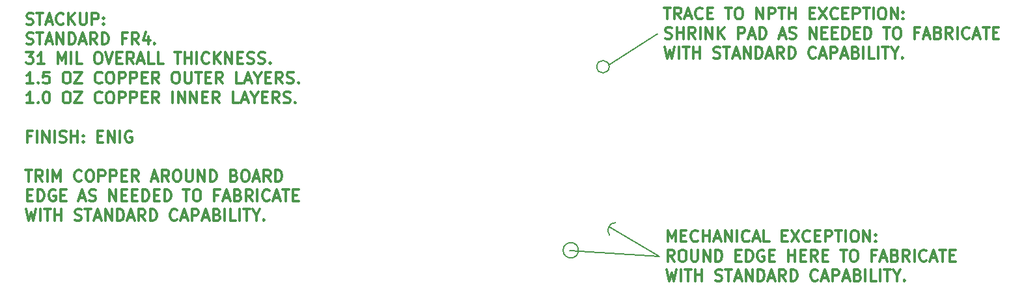
<source format=gbr>
G04 #@! TF.GenerationSoftware,KiCad,Pcbnew,(5.0.0-rc2-92-g9552e0272)*
G04 #@! TF.CreationDate,2018-06-17T01:32:07-07:00*
G04 #@! TF.ProjectId,sprite,7370726974652E6B696361645F706362,rev?*
G04 #@! TF.SameCoordinates,Original*
G04 #@! TF.FileFunction,Other,Comment*
%FSLAX46Y46*%
G04 Gerber Fmt 4.6, Leading zero omitted, Abs format (unit mm)*
G04 Created by KiCad (PCBNEW (5.0.0-rc2-92-g9552e0272)) date Sun Jun 17 01:32:07 2018*
%MOMM*%
%LPD*%
G01*
G04 APERTURE LIST*
%ADD10C,0.150000*%
%ADD11C,0.300000*%
%ADD12C,0.200000*%
G04 APERTURE END LIST*
D10*
X161036000Y-112522000D02*
X149352000Y-111760000D01*
X150469600Y-111760000D02*
G75*
G03X150469600Y-111760000I-990600J0D01*
G01*
D11*
X162096142Y-110650571D02*
X162096142Y-109150571D01*
X162596142Y-110222000D01*
X163096142Y-109150571D01*
X163096142Y-110650571D01*
X163810428Y-109864857D02*
X164310428Y-109864857D01*
X164524714Y-110650571D02*
X163810428Y-110650571D01*
X163810428Y-109150571D01*
X164524714Y-109150571D01*
X166024714Y-110507714D02*
X165953285Y-110579142D01*
X165739000Y-110650571D01*
X165596142Y-110650571D01*
X165381857Y-110579142D01*
X165239000Y-110436285D01*
X165167571Y-110293428D01*
X165096142Y-110007714D01*
X165096142Y-109793428D01*
X165167571Y-109507714D01*
X165239000Y-109364857D01*
X165381857Y-109222000D01*
X165596142Y-109150571D01*
X165739000Y-109150571D01*
X165953285Y-109222000D01*
X166024714Y-109293428D01*
X166667571Y-110650571D02*
X166667571Y-109150571D01*
X166667571Y-109864857D02*
X167524714Y-109864857D01*
X167524714Y-110650571D02*
X167524714Y-109150571D01*
X168167571Y-110222000D02*
X168881857Y-110222000D01*
X168024714Y-110650571D02*
X168524714Y-109150571D01*
X169024714Y-110650571D01*
X169524714Y-110650571D02*
X169524714Y-109150571D01*
X170381857Y-110650571D01*
X170381857Y-109150571D01*
X171096142Y-110650571D02*
X171096142Y-109150571D01*
X172667571Y-110507714D02*
X172596142Y-110579142D01*
X172381857Y-110650571D01*
X172239000Y-110650571D01*
X172024714Y-110579142D01*
X171881857Y-110436285D01*
X171810428Y-110293428D01*
X171739000Y-110007714D01*
X171739000Y-109793428D01*
X171810428Y-109507714D01*
X171881857Y-109364857D01*
X172024714Y-109222000D01*
X172239000Y-109150571D01*
X172381857Y-109150571D01*
X172596142Y-109222000D01*
X172667571Y-109293428D01*
X173239000Y-110222000D02*
X173953285Y-110222000D01*
X173096142Y-110650571D02*
X173596142Y-109150571D01*
X174096142Y-110650571D01*
X175310428Y-110650571D02*
X174596142Y-110650571D01*
X174596142Y-109150571D01*
X176953285Y-109864857D02*
X177453285Y-109864857D01*
X177667571Y-110650571D02*
X176953285Y-110650571D01*
X176953285Y-109150571D01*
X177667571Y-109150571D01*
X178167571Y-109150571D02*
X179167571Y-110650571D01*
X179167571Y-109150571D02*
X178167571Y-110650571D01*
X180596142Y-110507714D02*
X180524714Y-110579142D01*
X180310428Y-110650571D01*
X180167571Y-110650571D01*
X179953285Y-110579142D01*
X179810428Y-110436285D01*
X179739000Y-110293428D01*
X179667571Y-110007714D01*
X179667571Y-109793428D01*
X179739000Y-109507714D01*
X179810428Y-109364857D01*
X179953285Y-109222000D01*
X180167571Y-109150571D01*
X180310428Y-109150571D01*
X180524714Y-109222000D01*
X180596142Y-109293428D01*
X181239000Y-109864857D02*
X181739000Y-109864857D01*
X181953285Y-110650571D02*
X181239000Y-110650571D01*
X181239000Y-109150571D01*
X181953285Y-109150571D01*
X182596142Y-110650571D02*
X182596142Y-109150571D01*
X183167571Y-109150571D01*
X183310428Y-109222000D01*
X183381857Y-109293428D01*
X183453285Y-109436285D01*
X183453285Y-109650571D01*
X183381857Y-109793428D01*
X183310428Y-109864857D01*
X183167571Y-109936285D01*
X182596142Y-109936285D01*
X183881857Y-109150571D02*
X184739000Y-109150571D01*
X184310428Y-110650571D02*
X184310428Y-109150571D01*
X185239000Y-110650571D02*
X185239000Y-109150571D01*
X186239000Y-109150571D02*
X186524714Y-109150571D01*
X186667571Y-109222000D01*
X186810428Y-109364857D01*
X186881857Y-109650571D01*
X186881857Y-110150571D01*
X186810428Y-110436285D01*
X186667571Y-110579142D01*
X186524714Y-110650571D01*
X186239000Y-110650571D01*
X186096142Y-110579142D01*
X185953285Y-110436285D01*
X185881857Y-110150571D01*
X185881857Y-109650571D01*
X185953285Y-109364857D01*
X186096142Y-109222000D01*
X186239000Y-109150571D01*
X187524714Y-110650571D02*
X187524714Y-109150571D01*
X188381857Y-110650571D01*
X188381857Y-109150571D01*
X189096142Y-110507714D02*
X189167571Y-110579142D01*
X189096142Y-110650571D01*
X189024714Y-110579142D01*
X189096142Y-110507714D01*
X189096142Y-110650571D01*
X189096142Y-109722000D02*
X189167571Y-109793428D01*
X189096142Y-109864857D01*
X189024714Y-109793428D01*
X189096142Y-109722000D01*
X189096142Y-109864857D01*
X162953285Y-113200571D02*
X162453285Y-112486285D01*
X162096142Y-113200571D02*
X162096142Y-111700571D01*
X162667571Y-111700571D01*
X162810428Y-111772000D01*
X162881857Y-111843428D01*
X162953285Y-111986285D01*
X162953285Y-112200571D01*
X162881857Y-112343428D01*
X162810428Y-112414857D01*
X162667571Y-112486285D01*
X162096142Y-112486285D01*
X163881857Y-111700571D02*
X164167571Y-111700571D01*
X164310428Y-111772000D01*
X164453285Y-111914857D01*
X164524714Y-112200571D01*
X164524714Y-112700571D01*
X164453285Y-112986285D01*
X164310428Y-113129142D01*
X164167571Y-113200571D01*
X163881857Y-113200571D01*
X163739000Y-113129142D01*
X163596142Y-112986285D01*
X163524714Y-112700571D01*
X163524714Y-112200571D01*
X163596142Y-111914857D01*
X163739000Y-111772000D01*
X163881857Y-111700571D01*
X165167571Y-111700571D02*
X165167571Y-112914857D01*
X165239000Y-113057714D01*
X165310428Y-113129142D01*
X165453285Y-113200571D01*
X165739000Y-113200571D01*
X165881857Y-113129142D01*
X165953285Y-113057714D01*
X166024714Y-112914857D01*
X166024714Y-111700571D01*
X166739000Y-113200571D02*
X166739000Y-111700571D01*
X167596142Y-113200571D01*
X167596142Y-111700571D01*
X168310428Y-113200571D02*
X168310428Y-111700571D01*
X168667571Y-111700571D01*
X168881857Y-111772000D01*
X169024714Y-111914857D01*
X169096142Y-112057714D01*
X169167571Y-112343428D01*
X169167571Y-112557714D01*
X169096142Y-112843428D01*
X169024714Y-112986285D01*
X168881857Y-113129142D01*
X168667571Y-113200571D01*
X168310428Y-113200571D01*
X170953285Y-112414857D02*
X171453285Y-112414857D01*
X171667571Y-113200571D02*
X170953285Y-113200571D01*
X170953285Y-111700571D01*
X171667571Y-111700571D01*
X172310428Y-113200571D02*
X172310428Y-111700571D01*
X172667571Y-111700571D01*
X172881857Y-111772000D01*
X173024714Y-111914857D01*
X173096142Y-112057714D01*
X173167571Y-112343428D01*
X173167571Y-112557714D01*
X173096142Y-112843428D01*
X173024714Y-112986285D01*
X172881857Y-113129142D01*
X172667571Y-113200571D01*
X172310428Y-113200571D01*
X174596142Y-111772000D02*
X174453285Y-111700571D01*
X174239000Y-111700571D01*
X174024714Y-111772000D01*
X173881857Y-111914857D01*
X173810428Y-112057714D01*
X173739000Y-112343428D01*
X173739000Y-112557714D01*
X173810428Y-112843428D01*
X173881857Y-112986285D01*
X174024714Y-113129142D01*
X174239000Y-113200571D01*
X174381857Y-113200571D01*
X174596142Y-113129142D01*
X174667571Y-113057714D01*
X174667571Y-112557714D01*
X174381857Y-112557714D01*
X175310428Y-112414857D02*
X175810428Y-112414857D01*
X176024714Y-113200571D02*
X175310428Y-113200571D01*
X175310428Y-111700571D01*
X176024714Y-111700571D01*
X177810428Y-113200571D02*
X177810428Y-111700571D01*
X177810428Y-112414857D02*
X178667571Y-112414857D01*
X178667571Y-113200571D02*
X178667571Y-111700571D01*
X179381857Y-112414857D02*
X179881857Y-112414857D01*
X180096142Y-113200571D02*
X179381857Y-113200571D01*
X179381857Y-111700571D01*
X180096142Y-111700571D01*
X181596142Y-113200571D02*
X181096142Y-112486285D01*
X180739000Y-113200571D02*
X180739000Y-111700571D01*
X181310428Y-111700571D01*
X181453285Y-111772000D01*
X181524714Y-111843428D01*
X181596142Y-111986285D01*
X181596142Y-112200571D01*
X181524714Y-112343428D01*
X181453285Y-112414857D01*
X181310428Y-112486285D01*
X180739000Y-112486285D01*
X182239000Y-112414857D02*
X182739000Y-112414857D01*
X182953285Y-113200571D02*
X182239000Y-113200571D01*
X182239000Y-111700571D01*
X182953285Y-111700571D01*
X184524714Y-111700571D02*
X185381857Y-111700571D01*
X184953285Y-113200571D02*
X184953285Y-111700571D01*
X186167571Y-111700571D02*
X186453285Y-111700571D01*
X186596142Y-111772000D01*
X186739000Y-111914857D01*
X186810428Y-112200571D01*
X186810428Y-112700571D01*
X186739000Y-112986285D01*
X186596142Y-113129142D01*
X186453285Y-113200571D01*
X186167571Y-113200571D01*
X186024714Y-113129142D01*
X185881857Y-112986285D01*
X185810428Y-112700571D01*
X185810428Y-112200571D01*
X185881857Y-111914857D01*
X186024714Y-111772000D01*
X186167571Y-111700571D01*
X189096142Y-112414857D02*
X188596142Y-112414857D01*
X188596142Y-113200571D02*
X188596142Y-111700571D01*
X189310428Y-111700571D01*
X189810428Y-112772000D02*
X190524714Y-112772000D01*
X189667571Y-113200571D02*
X190167571Y-111700571D01*
X190667571Y-113200571D01*
X191667571Y-112414857D02*
X191881857Y-112486285D01*
X191953285Y-112557714D01*
X192024714Y-112700571D01*
X192024714Y-112914857D01*
X191953285Y-113057714D01*
X191881857Y-113129142D01*
X191739000Y-113200571D01*
X191167571Y-113200571D01*
X191167571Y-111700571D01*
X191667571Y-111700571D01*
X191810428Y-111772000D01*
X191881857Y-111843428D01*
X191953285Y-111986285D01*
X191953285Y-112129142D01*
X191881857Y-112272000D01*
X191810428Y-112343428D01*
X191667571Y-112414857D01*
X191167571Y-112414857D01*
X193524714Y-113200571D02*
X193024714Y-112486285D01*
X192667571Y-113200571D02*
X192667571Y-111700571D01*
X193239000Y-111700571D01*
X193381857Y-111772000D01*
X193453285Y-111843428D01*
X193524714Y-111986285D01*
X193524714Y-112200571D01*
X193453285Y-112343428D01*
X193381857Y-112414857D01*
X193239000Y-112486285D01*
X192667571Y-112486285D01*
X194167571Y-113200571D02*
X194167571Y-111700571D01*
X195739000Y-113057714D02*
X195667571Y-113129142D01*
X195453285Y-113200571D01*
X195310428Y-113200571D01*
X195096142Y-113129142D01*
X194953285Y-112986285D01*
X194881857Y-112843428D01*
X194810428Y-112557714D01*
X194810428Y-112343428D01*
X194881857Y-112057714D01*
X194953285Y-111914857D01*
X195096142Y-111772000D01*
X195310428Y-111700571D01*
X195453285Y-111700571D01*
X195667571Y-111772000D01*
X195739000Y-111843428D01*
X196310428Y-112772000D02*
X197024714Y-112772000D01*
X196167571Y-113200571D02*
X196667571Y-111700571D01*
X197167571Y-113200571D01*
X197453285Y-111700571D02*
X198310428Y-111700571D01*
X197881857Y-113200571D02*
X197881857Y-111700571D01*
X198810428Y-112414857D02*
X199310428Y-112414857D01*
X199524714Y-113200571D02*
X198810428Y-113200571D01*
X198810428Y-111700571D01*
X199524714Y-111700571D01*
X161953285Y-114250571D02*
X162310428Y-115750571D01*
X162596142Y-114679142D01*
X162881857Y-115750571D01*
X163239000Y-114250571D01*
X163810428Y-115750571D02*
X163810428Y-114250571D01*
X164310428Y-114250571D02*
X165167571Y-114250571D01*
X164739000Y-115750571D02*
X164739000Y-114250571D01*
X165667571Y-115750571D02*
X165667571Y-114250571D01*
X165667571Y-114964857D02*
X166524714Y-114964857D01*
X166524714Y-115750571D02*
X166524714Y-114250571D01*
X168310428Y-115679142D02*
X168524714Y-115750571D01*
X168881857Y-115750571D01*
X169024714Y-115679142D01*
X169096142Y-115607714D01*
X169167571Y-115464857D01*
X169167571Y-115322000D01*
X169096142Y-115179142D01*
X169024714Y-115107714D01*
X168881857Y-115036285D01*
X168596142Y-114964857D01*
X168453285Y-114893428D01*
X168381857Y-114822000D01*
X168310428Y-114679142D01*
X168310428Y-114536285D01*
X168381857Y-114393428D01*
X168453285Y-114322000D01*
X168596142Y-114250571D01*
X168953285Y-114250571D01*
X169167571Y-114322000D01*
X169596142Y-114250571D02*
X170453285Y-114250571D01*
X170024714Y-115750571D02*
X170024714Y-114250571D01*
X170881857Y-115322000D02*
X171596142Y-115322000D01*
X170739000Y-115750571D02*
X171239000Y-114250571D01*
X171739000Y-115750571D01*
X172239000Y-115750571D02*
X172239000Y-114250571D01*
X173096142Y-115750571D01*
X173096142Y-114250571D01*
X173810428Y-115750571D02*
X173810428Y-114250571D01*
X174167571Y-114250571D01*
X174381857Y-114322000D01*
X174524714Y-114464857D01*
X174596142Y-114607714D01*
X174667571Y-114893428D01*
X174667571Y-115107714D01*
X174596142Y-115393428D01*
X174524714Y-115536285D01*
X174381857Y-115679142D01*
X174167571Y-115750571D01*
X173810428Y-115750571D01*
X175239000Y-115322000D02*
X175953285Y-115322000D01*
X175096142Y-115750571D02*
X175596142Y-114250571D01*
X176096142Y-115750571D01*
X177453285Y-115750571D02*
X176953285Y-115036285D01*
X176596142Y-115750571D02*
X176596142Y-114250571D01*
X177167571Y-114250571D01*
X177310428Y-114322000D01*
X177381857Y-114393428D01*
X177453285Y-114536285D01*
X177453285Y-114750571D01*
X177381857Y-114893428D01*
X177310428Y-114964857D01*
X177167571Y-115036285D01*
X176596142Y-115036285D01*
X178096142Y-115750571D02*
X178096142Y-114250571D01*
X178453285Y-114250571D01*
X178667571Y-114322000D01*
X178810428Y-114464857D01*
X178881857Y-114607714D01*
X178953285Y-114893428D01*
X178953285Y-115107714D01*
X178881857Y-115393428D01*
X178810428Y-115536285D01*
X178667571Y-115679142D01*
X178453285Y-115750571D01*
X178096142Y-115750571D01*
X181596142Y-115607714D02*
X181524714Y-115679142D01*
X181310428Y-115750571D01*
X181167571Y-115750571D01*
X180953285Y-115679142D01*
X180810428Y-115536285D01*
X180739000Y-115393428D01*
X180667571Y-115107714D01*
X180667571Y-114893428D01*
X180739000Y-114607714D01*
X180810428Y-114464857D01*
X180953285Y-114322000D01*
X181167571Y-114250571D01*
X181310428Y-114250571D01*
X181524714Y-114322000D01*
X181596142Y-114393428D01*
X182167571Y-115322000D02*
X182881857Y-115322000D01*
X182024714Y-115750571D02*
X182524714Y-114250571D01*
X183024714Y-115750571D01*
X183524714Y-115750571D02*
X183524714Y-114250571D01*
X184096142Y-114250571D01*
X184239000Y-114322000D01*
X184310428Y-114393428D01*
X184381857Y-114536285D01*
X184381857Y-114750571D01*
X184310428Y-114893428D01*
X184239000Y-114964857D01*
X184096142Y-115036285D01*
X183524714Y-115036285D01*
X184953285Y-115322000D02*
X185667571Y-115322000D01*
X184810428Y-115750571D02*
X185310428Y-114250571D01*
X185810428Y-115750571D01*
X186810428Y-114964857D02*
X187024714Y-115036285D01*
X187096142Y-115107714D01*
X187167571Y-115250571D01*
X187167571Y-115464857D01*
X187096142Y-115607714D01*
X187024714Y-115679142D01*
X186881857Y-115750571D01*
X186310428Y-115750571D01*
X186310428Y-114250571D01*
X186810428Y-114250571D01*
X186953285Y-114322000D01*
X187024714Y-114393428D01*
X187096142Y-114536285D01*
X187096142Y-114679142D01*
X187024714Y-114822000D01*
X186953285Y-114893428D01*
X186810428Y-114964857D01*
X186310428Y-114964857D01*
X187810428Y-115750571D02*
X187810428Y-114250571D01*
X189239000Y-115750571D02*
X188524714Y-115750571D01*
X188524714Y-114250571D01*
X189739000Y-115750571D02*
X189739000Y-114250571D01*
X190239000Y-114250571D02*
X191096142Y-114250571D01*
X190667571Y-115750571D02*
X190667571Y-114250571D01*
X191881857Y-115036285D02*
X191881857Y-115750571D01*
X191381857Y-114250571D02*
X191881857Y-115036285D01*
X192381857Y-114250571D01*
X192881857Y-115607714D02*
X192953285Y-115679142D01*
X192881857Y-115750571D01*
X192810428Y-115679142D01*
X192881857Y-115607714D01*
X192881857Y-115750571D01*
D10*
X154432000Y-108686600D02*
X161036000Y-112522000D01*
X154508520Y-109779227D02*
G75*
G02X155321000Y-108153200I812480J610027D01*
G01*
D11*
X78712714Y-82345142D02*
X78927000Y-82416571D01*
X79284142Y-82416571D01*
X79427000Y-82345142D01*
X79498428Y-82273714D01*
X79569857Y-82130857D01*
X79569857Y-81988000D01*
X79498428Y-81845142D01*
X79427000Y-81773714D01*
X79284142Y-81702285D01*
X78998428Y-81630857D01*
X78855571Y-81559428D01*
X78784142Y-81488000D01*
X78712714Y-81345142D01*
X78712714Y-81202285D01*
X78784142Y-81059428D01*
X78855571Y-80988000D01*
X78998428Y-80916571D01*
X79355571Y-80916571D01*
X79569857Y-80988000D01*
X79998428Y-80916571D02*
X80855571Y-80916571D01*
X80427000Y-82416571D02*
X80427000Y-80916571D01*
X81284142Y-81988000D02*
X81998428Y-81988000D01*
X81141285Y-82416571D02*
X81641285Y-80916571D01*
X82141285Y-82416571D01*
X83498428Y-82273714D02*
X83427000Y-82345142D01*
X83212714Y-82416571D01*
X83069857Y-82416571D01*
X82855571Y-82345142D01*
X82712714Y-82202285D01*
X82641285Y-82059428D01*
X82569857Y-81773714D01*
X82569857Y-81559428D01*
X82641285Y-81273714D01*
X82712714Y-81130857D01*
X82855571Y-80988000D01*
X83069857Y-80916571D01*
X83212714Y-80916571D01*
X83427000Y-80988000D01*
X83498428Y-81059428D01*
X84141285Y-82416571D02*
X84141285Y-80916571D01*
X84998428Y-82416571D02*
X84355571Y-81559428D01*
X84998428Y-80916571D02*
X84141285Y-81773714D01*
X85641285Y-80916571D02*
X85641285Y-82130857D01*
X85712714Y-82273714D01*
X85784142Y-82345142D01*
X85927000Y-82416571D01*
X86212714Y-82416571D01*
X86355571Y-82345142D01*
X86427000Y-82273714D01*
X86498428Y-82130857D01*
X86498428Y-80916571D01*
X87212714Y-82416571D02*
X87212714Y-80916571D01*
X87784142Y-80916571D01*
X87927000Y-80988000D01*
X87998428Y-81059428D01*
X88069857Y-81202285D01*
X88069857Y-81416571D01*
X87998428Y-81559428D01*
X87927000Y-81630857D01*
X87784142Y-81702285D01*
X87212714Y-81702285D01*
X88712714Y-82273714D02*
X88784142Y-82345142D01*
X88712714Y-82416571D01*
X88641285Y-82345142D01*
X88712714Y-82273714D01*
X88712714Y-82416571D01*
X88712714Y-81488000D02*
X88784142Y-81559428D01*
X88712714Y-81630857D01*
X88641285Y-81559428D01*
X88712714Y-81488000D01*
X88712714Y-81630857D01*
X78712714Y-84895142D02*
X78927000Y-84966571D01*
X79284142Y-84966571D01*
X79427000Y-84895142D01*
X79498428Y-84823714D01*
X79569857Y-84680857D01*
X79569857Y-84538000D01*
X79498428Y-84395142D01*
X79427000Y-84323714D01*
X79284142Y-84252285D01*
X78998428Y-84180857D01*
X78855571Y-84109428D01*
X78784142Y-84038000D01*
X78712714Y-83895142D01*
X78712714Y-83752285D01*
X78784142Y-83609428D01*
X78855571Y-83538000D01*
X78998428Y-83466571D01*
X79355571Y-83466571D01*
X79569857Y-83538000D01*
X79998428Y-83466571D02*
X80855571Y-83466571D01*
X80427000Y-84966571D02*
X80427000Y-83466571D01*
X81284142Y-84538000D02*
X81998428Y-84538000D01*
X81141285Y-84966571D02*
X81641285Y-83466571D01*
X82141285Y-84966571D01*
X82641285Y-84966571D02*
X82641285Y-83466571D01*
X83498428Y-84966571D01*
X83498428Y-83466571D01*
X84212714Y-84966571D02*
X84212714Y-83466571D01*
X84569857Y-83466571D01*
X84784142Y-83538000D01*
X84927000Y-83680857D01*
X84998428Y-83823714D01*
X85069857Y-84109428D01*
X85069857Y-84323714D01*
X84998428Y-84609428D01*
X84927000Y-84752285D01*
X84784142Y-84895142D01*
X84569857Y-84966571D01*
X84212714Y-84966571D01*
X85641285Y-84538000D02*
X86355571Y-84538000D01*
X85498428Y-84966571D02*
X85998428Y-83466571D01*
X86498428Y-84966571D01*
X87855571Y-84966571D02*
X87355571Y-84252285D01*
X86998428Y-84966571D02*
X86998428Y-83466571D01*
X87569857Y-83466571D01*
X87712714Y-83538000D01*
X87784142Y-83609428D01*
X87855571Y-83752285D01*
X87855571Y-83966571D01*
X87784142Y-84109428D01*
X87712714Y-84180857D01*
X87569857Y-84252285D01*
X86998428Y-84252285D01*
X88498428Y-84966571D02*
X88498428Y-83466571D01*
X88855571Y-83466571D01*
X89069857Y-83538000D01*
X89212714Y-83680857D01*
X89284142Y-83823714D01*
X89355571Y-84109428D01*
X89355571Y-84323714D01*
X89284142Y-84609428D01*
X89212714Y-84752285D01*
X89069857Y-84895142D01*
X88855571Y-84966571D01*
X88498428Y-84966571D01*
X91641285Y-84180857D02*
X91141285Y-84180857D01*
X91141285Y-84966571D02*
X91141285Y-83466571D01*
X91855571Y-83466571D01*
X93284142Y-84966571D02*
X92784142Y-84252285D01*
X92427000Y-84966571D02*
X92427000Y-83466571D01*
X92998428Y-83466571D01*
X93141285Y-83538000D01*
X93212714Y-83609428D01*
X93284142Y-83752285D01*
X93284142Y-83966571D01*
X93212714Y-84109428D01*
X93141285Y-84180857D01*
X92998428Y-84252285D01*
X92427000Y-84252285D01*
X94569857Y-83966571D02*
X94569857Y-84966571D01*
X94212714Y-83395142D02*
X93855571Y-84466571D01*
X94784142Y-84466571D01*
X95355571Y-84823714D02*
X95427000Y-84895142D01*
X95355571Y-84966571D01*
X95284142Y-84895142D01*
X95355571Y-84823714D01*
X95355571Y-84966571D01*
X78641285Y-86016571D02*
X79569857Y-86016571D01*
X79069857Y-86588000D01*
X79284142Y-86588000D01*
X79427000Y-86659428D01*
X79498428Y-86730857D01*
X79569857Y-86873714D01*
X79569857Y-87230857D01*
X79498428Y-87373714D01*
X79427000Y-87445142D01*
X79284142Y-87516571D01*
X78855571Y-87516571D01*
X78712714Y-87445142D01*
X78641285Y-87373714D01*
X80998428Y-87516571D02*
X80141285Y-87516571D01*
X80569857Y-87516571D02*
X80569857Y-86016571D01*
X80427000Y-86230857D01*
X80284142Y-86373714D01*
X80141285Y-86445142D01*
X82784142Y-87516571D02*
X82784142Y-86016571D01*
X83284142Y-87088000D01*
X83784142Y-86016571D01*
X83784142Y-87516571D01*
X84498428Y-87516571D02*
X84498428Y-86016571D01*
X85927000Y-87516571D02*
X85212714Y-87516571D01*
X85212714Y-86016571D01*
X87855571Y-86016571D02*
X88141285Y-86016571D01*
X88284142Y-86088000D01*
X88427000Y-86230857D01*
X88498428Y-86516571D01*
X88498428Y-87016571D01*
X88427000Y-87302285D01*
X88284142Y-87445142D01*
X88141285Y-87516571D01*
X87855571Y-87516571D01*
X87712714Y-87445142D01*
X87569857Y-87302285D01*
X87498428Y-87016571D01*
X87498428Y-86516571D01*
X87569857Y-86230857D01*
X87712714Y-86088000D01*
X87855571Y-86016571D01*
X88927000Y-86016571D02*
X89427000Y-87516571D01*
X89927000Y-86016571D01*
X90427000Y-86730857D02*
X90927000Y-86730857D01*
X91141285Y-87516571D02*
X90427000Y-87516571D01*
X90427000Y-86016571D01*
X91141285Y-86016571D01*
X92641285Y-87516571D02*
X92141285Y-86802285D01*
X91784142Y-87516571D02*
X91784142Y-86016571D01*
X92355571Y-86016571D01*
X92498428Y-86088000D01*
X92569857Y-86159428D01*
X92641285Y-86302285D01*
X92641285Y-86516571D01*
X92569857Y-86659428D01*
X92498428Y-86730857D01*
X92355571Y-86802285D01*
X91784142Y-86802285D01*
X93212714Y-87088000D02*
X93927000Y-87088000D01*
X93069857Y-87516571D02*
X93569857Y-86016571D01*
X94069857Y-87516571D01*
X95284142Y-87516571D02*
X94569857Y-87516571D01*
X94569857Y-86016571D01*
X96498428Y-87516571D02*
X95784142Y-87516571D01*
X95784142Y-86016571D01*
X97927000Y-86016571D02*
X98784142Y-86016571D01*
X98355571Y-87516571D02*
X98355571Y-86016571D01*
X99284142Y-87516571D02*
X99284142Y-86016571D01*
X99284142Y-86730857D02*
X100141285Y-86730857D01*
X100141285Y-87516571D02*
X100141285Y-86016571D01*
X100855571Y-87516571D02*
X100855571Y-86016571D01*
X102426999Y-87373714D02*
X102355571Y-87445142D01*
X102141285Y-87516571D01*
X101998428Y-87516571D01*
X101784142Y-87445142D01*
X101641285Y-87302285D01*
X101569857Y-87159428D01*
X101498428Y-86873714D01*
X101498428Y-86659428D01*
X101569857Y-86373714D01*
X101641285Y-86230857D01*
X101784142Y-86088000D01*
X101998428Y-86016571D01*
X102141285Y-86016571D01*
X102355571Y-86088000D01*
X102426999Y-86159428D01*
X103069857Y-87516571D02*
X103069857Y-86016571D01*
X103926999Y-87516571D02*
X103284142Y-86659428D01*
X103926999Y-86016571D02*
X103069857Y-86873714D01*
X104569857Y-87516571D02*
X104569857Y-86016571D01*
X105426999Y-87516571D01*
X105426999Y-86016571D01*
X106141285Y-86730857D02*
X106641285Y-86730857D01*
X106855571Y-87516571D02*
X106141285Y-87516571D01*
X106141285Y-86016571D01*
X106855571Y-86016571D01*
X107427000Y-87445142D02*
X107641285Y-87516571D01*
X107998428Y-87516571D01*
X108141285Y-87445142D01*
X108212714Y-87373714D01*
X108284142Y-87230857D01*
X108284142Y-87088000D01*
X108212714Y-86945142D01*
X108141285Y-86873714D01*
X107998428Y-86802285D01*
X107712714Y-86730857D01*
X107569857Y-86659428D01*
X107498428Y-86588000D01*
X107427000Y-86445142D01*
X107427000Y-86302285D01*
X107498428Y-86159428D01*
X107569857Y-86088000D01*
X107712714Y-86016571D01*
X108069857Y-86016571D01*
X108284142Y-86088000D01*
X108855571Y-87445142D02*
X109069857Y-87516571D01*
X109427000Y-87516571D01*
X109569857Y-87445142D01*
X109641285Y-87373714D01*
X109712714Y-87230857D01*
X109712714Y-87088000D01*
X109641285Y-86945142D01*
X109569857Y-86873714D01*
X109427000Y-86802285D01*
X109141285Y-86730857D01*
X108998428Y-86659428D01*
X108927000Y-86588000D01*
X108855571Y-86445142D01*
X108855571Y-86302285D01*
X108927000Y-86159428D01*
X108998428Y-86088000D01*
X109141285Y-86016571D01*
X109498428Y-86016571D01*
X109712714Y-86088000D01*
X110355571Y-87373714D02*
X110427000Y-87445142D01*
X110355571Y-87516571D01*
X110284142Y-87445142D01*
X110355571Y-87373714D01*
X110355571Y-87516571D01*
X79569857Y-90066571D02*
X78712714Y-90066571D01*
X79141285Y-90066571D02*
X79141285Y-88566571D01*
X78998428Y-88780857D01*
X78855571Y-88923714D01*
X78712714Y-88995142D01*
X80212714Y-89923714D02*
X80284142Y-89995142D01*
X80212714Y-90066571D01*
X80141285Y-89995142D01*
X80212714Y-89923714D01*
X80212714Y-90066571D01*
X81641285Y-88566571D02*
X80927000Y-88566571D01*
X80855571Y-89280857D01*
X80927000Y-89209428D01*
X81069857Y-89138000D01*
X81427000Y-89138000D01*
X81569857Y-89209428D01*
X81641285Y-89280857D01*
X81712714Y-89423714D01*
X81712714Y-89780857D01*
X81641285Y-89923714D01*
X81569857Y-89995142D01*
X81427000Y-90066571D01*
X81069857Y-90066571D01*
X80927000Y-89995142D01*
X80855571Y-89923714D01*
X83784142Y-88566571D02*
X84069857Y-88566571D01*
X84212714Y-88638000D01*
X84355571Y-88780857D01*
X84427000Y-89066571D01*
X84427000Y-89566571D01*
X84355571Y-89852285D01*
X84212714Y-89995142D01*
X84069857Y-90066571D01*
X83784142Y-90066571D01*
X83641285Y-89995142D01*
X83498428Y-89852285D01*
X83427000Y-89566571D01*
X83427000Y-89066571D01*
X83498428Y-88780857D01*
X83641285Y-88638000D01*
X83784142Y-88566571D01*
X84927000Y-88566571D02*
X85927000Y-88566571D01*
X84927000Y-90066571D01*
X85927000Y-90066571D01*
X88498428Y-89923714D02*
X88427000Y-89995142D01*
X88212714Y-90066571D01*
X88069857Y-90066571D01*
X87855571Y-89995142D01*
X87712714Y-89852285D01*
X87641285Y-89709428D01*
X87569857Y-89423714D01*
X87569857Y-89209428D01*
X87641285Y-88923714D01*
X87712714Y-88780857D01*
X87855571Y-88638000D01*
X88069857Y-88566571D01*
X88212714Y-88566571D01*
X88427000Y-88638000D01*
X88498428Y-88709428D01*
X89427000Y-88566571D02*
X89712714Y-88566571D01*
X89855571Y-88638000D01*
X89998428Y-88780857D01*
X90069857Y-89066571D01*
X90069857Y-89566571D01*
X89998428Y-89852285D01*
X89855571Y-89995142D01*
X89712714Y-90066571D01*
X89427000Y-90066571D01*
X89284142Y-89995142D01*
X89141285Y-89852285D01*
X89069857Y-89566571D01*
X89069857Y-89066571D01*
X89141285Y-88780857D01*
X89284142Y-88638000D01*
X89427000Y-88566571D01*
X90712714Y-90066571D02*
X90712714Y-88566571D01*
X91284142Y-88566571D01*
X91427000Y-88638000D01*
X91498428Y-88709428D01*
X91569857Y-88852285D01*
X91569857Y-89066571D01*
X91498428Y-89209428D01*
X91427000Y-89280857D01*
X91284142Y-89352285D01*
X90712714Y-89352285D01*
X92212714Y-90066571D02*
X92212714Y-88566571D01*
X92784142Y-88566571D01*
X92927000Y-88638000D01*
X92998428Y-88709428D01*
X93069857Y-88852285D01*
X93069857Y-89066571D01*
X92998428Y-89209428D01*
X92927000Y-89280857D01*
X92784142Y-89352285D01*
X92212714Y-89352285D01*
X93712714Y-89280857D02*
X94212714Y-89280857D01*
X94427000Y-90066571D02*
X93712714Y-90066571D01*
X93712714Y-88566571D01*
X94427000Y-88566571D01*
X95927000Y-90066571D02*
X95427000Y-89352285D01*
X95069857Y-90066571D02*
X95069857Y-88566571D01*
X95641285Y-88566571D01*
X95784142Y-88638000D01*
X95855571Y-88709428D01*
X95927000Y-88852285D01*
X95927000Y-89066571D01*
X95855571Y-89209428D01*
X95784142Y-89280857D01*
X95641285Y-89352285D01*
X95069857Y-89352285D01*
X97998428Y-88566571D02*
X98284142Y-88566571D01*
X98427000Y-88638000D01*
X98569857Y-88780857D01*
X98641285Y-89066571D01*
X98641285Y-89566571D01*
X98569857Y-89852285D01*
X98427000Y-89995142D01*
X98284142Y-90066571D01*
X97998428Y-90066571D01*
X97855571Y-89995142D01*
X97712714Y-89852285D01*
X97641285Y-89566571D01*
X97641285Y-89066571D01*
X97712714Y-88780857D01*
X97855571Y-88638000D01*
X97998428Y-88566571D01*
X99284142Y-88566571D02*
X99284142Y-89780857D01*
X99355571Y-89923714D01*
X99427000Y-89995142D01*
X99569857Y-90066571D01*
X99855571Y-90066571D01*
X99998428Y-89995142D01*
X100069857Y-89923714D01*
X100141285Y-89780857D01*
X100141285Y-88566571D01*
X100641285Y-88566571D02*
X101498428Y-88566571D01*
X101069857Y-90066571D02*
X101069857Y-88566571D01*
X101998428Y-89280857D02*
X102498428Y-89280857D01*
X102712714Y-90066571D02*
X101998428Y-90066571D01*
X101998428Y-88566571D01*
X102712714Y-88566571D01*
X104212714Y-90066571D02*
X103712714Y-89352285D01*
X103355571Y-90066571D02*
X103355571Y-88566571D01*
X103927000Y-88566571D01*
X104069857Y-88638000D01*
X104141285Y-88709428D01*
X104212714Y-88852285D01*
X104212714Y-89066571D01*
X104141285Y-89209428D01*
X104069857Y-89280857D01*
X103927000Y-89352285D01*
X103355571Y-89352285D01*
X106712714Y-90066571D02*
X105998428Y-90066571D01*
X105998428Y-88566571D01*
X107141285Y-89638000D02*
X107855571Y-89638000D01*
X106998428Y-90066571D02*
X107498428Y-88566571D01*
X107998428Y-90066571D01*
X108784142Y-89352285D02*
X108784142Y-90066571D01*
X108284142Y-88566571D02*
X108784142Y-89352285D01*
X109284142Y-88566571D01*
X109784142Y-89280857D02*
X110284142Y-89280857D01*
X110498428Y-90066571D02*
X109784142Y-90066571D01*
X109784142Y-88566571D01*
X110498428Y-88566571D01*
X111998428Y-90066571D02*
X111498428Y-89352285D01*
X111141285Y-90066571D02*
X111141285Y-88566571D01*
X111712714Y-88566571D01*
X111855571Y-88638000D01*
X111927000Y-88709428D01*
X111998428Y-88852285D01*
X111998428Y-89066571D01*
X111927000Y-89209428D01*
X111855571Y-89280857D01*
X111712714Y-89352285D01*
X111141285Y-89352285D01*
X112569857Y-89995142D02*
X112784142Y-90066571D01*
X113141285Y-90066571D01*
X113284142Y-89995142D01*
X113355571Y-89923714D01*
X113427000Y-89780857D01*
X113427000Y-89638000D01*
X113355571Y-89495142D01*
X113284142Y-89423714D01*
X113141285Y-89352285D01*
X112855571Y-89280857D01*
X112712714Y-89209428D01*
X112641285Y-89138000D01*
X112569857Y-88995142D01*
X112569857Y-88852285D01*
X112641285Y-88709428D01*
X112712714Y-88638000D01*
X112855571Y-88566571D01*
X113212714Y-88566571D01*
X113427000Y-88638000D01*
X114069857Y-89923714D02*
X114141285Y-89995142D01*
X114069857Y-90066571D01*
X113998428Y-89995142D01*
X114069857Y-89923714D01*
X114069857Y-90066571D01*
X79569857Y-92616571D02*
X78712714Y-92616571D01*
X79141285Y-92616571D02*
X79141285Y-91116571D01*
X78998428Y-91330857D01*
X78855571Y-91473714D01*
X78712714Y-91545142D01*
X80212714Y-92473714D02*
X80284142Y-92545142D01*
X80212714Y-92616571D01*
X80141285Y-92545142D01*
X80212714Y-92473714D01*
X80212714Y-92616571D01*
X81212714Y-91116571D02*
X81355571Y-91116571D01*
X81498428Y-91188000D01*
X81569857Y-91259428D01*
X81641285Y-91402285D01*
X81712714Y-91688000D01*
X81712714Y-92045142D01*
X81641285Y-92330857D01*
X81569857Y-92473714D01*
X81498428Y-92545142D01*
X81355571Y-92616571D01*
X81212714Y-92616571D01*
X81069857Y-92545142D01*
X80998428Y-92473714D01*
X80927000Y-92330857D01*
X80855571Y-92045142D01*
X80855571Y-91688000D01*
X80927000Y-91402285D01*
X80998428Y-91259428D01*
X81069857Y-91188000D01*
X81212714Y-91116571D01*
X83784142Y-91116571D02*
X84069857Y-91116571D01*
X84212714Y-91188000D01*
X84355571Y-91330857D01*
X84427000Y-91616571D01*
X84427000Y-92116571D01*
X84355571Y-92402285D01*
X84212714Y-92545142D01*
X84069857Y-92616571D01*
X83784142Y-92616571D01*
X83641285Y-92545142D01*
X83498428Y-92402285D01*
X83427000Y-92116571D01*
X83427000Y-91616571D01*
X83498428Y-91330857D01*
X83641285Y-91188000D01*
X83784142Y-91116571D01*
X84927000Y-91116571D02*
X85927000Y-91116571D01*
X84927000Y-92616571D01*
X85927000Y-92616571D01*
X88498428Y-92473714D02*
X88427000Y-92545142D01*
X88212714Y-92616571D01*
X88069857Y-92616571D01*
X87855571Y-92545142D01*
X87712714Y-92402285D01*
X87641285Y-92259428D01*
X87569857Y-91973714D01*
X87569857Y-91759428D01*
X87641285Y-91473714D01*
X87712714Y-91330857D01*
X87855571Y-91188000D01*
X88069857Y-91116571D01*
X88212714Y-91116571D01*
X88427000Y-91188000D01*
X88498428Y-91259428D01*
X89427000Y-91116571D02*
X89712714Y-91116571D01*
X89855571Y-91188000D01*
X89998428Y-91330857D01*
X90069857Y-91616571D01*
X90069857Y-92116571D01*
X89998428Y-92402285D01*
X89855571Y-92545142D01*
X89712714Y-92616571D01*
X89427000Y-92616571D01*
X89284142Y-92545142D01*
X89141285Y-92402285D01*
X89069857Y-92116571D01*
X89069857Y-91616571D01*
X89141285Y-91330857D01*
X89284142Y-91188000D01*
X89427000Y-91116571D01*
X90712714Y-92616571D02*
X90712714Y-91116571D01*
X91284142Y-91116571D01*
X91427000Y-91188000D01*
X91498428Y-91259428D01*
X91569857Y-91402285D01*
X91569857Y-91616571D01*
X91498428Y-91759428D01*
X91427000Y-91830857D01*
X91284142Y-91902285D01*
X90712714Y-91902285D01*
X92212714Y-92616571D02*
X92212714Y-91116571D01*
X92784142Y-91116571D01*
X92927000Y-91188000D01*
X92998428Y-91259428D01*
X93069857Y-91402285D01*
X93069857Y-91616571D01*
X92998428Y-91759428D01*
X92927000Y-91830857D01*
X92784142Y-91902285D01*
X92212714Y-91902285D01*
X93712714Y-91830857D02*
X94212714Y-91830857D01*
X94427000Y-92616571D02*
X93712714Y-92616571D01*
X93712714Y-91116571D01*
X94427000Y-91116571D01*
X95927000Y-92616571D02*
X95427000Y-91902285D01*
X95069857Y-92616571D02*
X95069857Y-91116571D01*
X95641285Y-91116571D01*
X95784142Y-91188000D01*
X95855571Y-91259428D01*
X95927000Y-91402285D01*
X95927000Y-91616571D01*
X95855571Y-91759428D01*
X95784142Y-91830857D01*
X95641285Y-91902285D01*
X95069857Y-91902285D01*
X97712714Y-92616571D02*
X97712714Y-91116571D01*
X98427000Y-92616571D02*
X98427000Y-91116571D01*
X99284142Y-92616571D01*
X99284142Y-91116571D01*
X99998428Y-92616571D02*
X99998428Y-91116571D01*
X100855571Y-92616571D01*
X100855571Y-91116571D01*
X101569857Y-91830857D02*
X102069857Y-91830857D01*
X102284142Y-92616571D02*
X101569857Y-92616571D01*
X101569857Y-91116571D01*
X102284142Y-91116571D01*
X103784142Y-92616571D02*
X103284142Y-91902285D01*
X102927000Y-92616571D02*
X102927000Y-91116571D01*
X103498428Y-91116571D01*
X103641285Y-91188000D01*
X103712714Y-91259428D01*
X103784142Y-91402285D01*
X103784142Y-91616571D01*
X103712714Y-91759428D01*
X103641285Y-91830857D01*
X103498428Y-91902285D01*
X102927000Y-91902285D01*
X106284142Y-92616571D02*
X105569857Y-92616571D01*
X105569857Y-91116571D01*
X106712714Y-92188000D02*
X107426999Y-92188000D01*
X106569857Y-92616571D02*
X107069857Y-91116571D01*
X107569857Y-92616571D01*
X108355571Y-91902285D02*
X108355571Y-92616571D01*
X107855571Y-91116571D02*
X108355571Y-91902285D01*
X108855571Y-91116571D01*
X109355571Y-91830857D02*
X109855571Y-91830857D01*
X110069857Y-92616571D02*
X109355571Y-92616571D01*
X109355571Y-91116571D01*
X110069857Y-91116571D01*
X111569857Y-92616571D02*
X111069857Y-91902285D01*
X110712714Y-92616571D02*
X110712714Y-91116571D01*
X111284142Y-91116571D01*
X111427000Y-91188000D01*
X111498428Y-91259428D01*
X111569857Y-91402285D01*
X111569857Y-91616571D01*
X111498428Y-91759428D01*
X111427000Y-91830857D01*
X111284142Y-91902285D01*
X110712714Y-91902285D01*
X112141285Y-92545142D02*
X112355571Y-92616571D01*
X112712714Y-92616571D01*
X112855571Y-92545142D01*
X112927000Y-92473714D01*
X112998428Y-92330857D01*
X112998428Y-92188000D01*
X112927000Y-92045142D01*
X112855571Y-91973714D01*
X112712714Y-91902285D01*
X112427000Y-91830857D01*
X112284142Y-91759428D01*
X112212714Y-91688000D01*
X112141285Y-91545142D01*
X112141285Y-91402285D01*
X112212714Y-91259428D01*
X112284142Y-91188000D01*
X112427000Y-91116571D01*
X112784142Y-91116571D01*
X112998428Y-91188000D01*
X113641285Y-92473714D02*
X113712714Y-92545142D01*
X113641285Y-92616571D01*
X113569857Y-92545142D01*
X113641285Y-92473714D01*
X113641285Y-92616571D01*
X79284142Y-96930857D02*
X78784142Y-96930857D01*
X78784142Y-97716571D02*
X78784142Y-96216571D01*
X79498428Y-96216571D01*
X80069857Y-97716571D02*
X80069857Y-96216571D01*
X80784142Y-97716571D02*
X80784142Y-96216571D01*
X81641285Y-97716571D01*
X81641285Y-96216571D01*
X82355571Y-97716571D02*
X82355571Y-96216571D01*
X82998428Y-97645142D02*
X83212714Y-97716571D01*
X83569857Y-97716571D01*
X83712714Y-97645142D01*
X83784142Y-97573714D01*
X83855571Y-97430857D01*
X83855571Y-97288000D01*
X83784142Y-97145142D01*
X83712714Y-97073714D01*
X83569857Y-97002285D01*
X83284142Y-96930857D01*
X83141285Y-96859428D01*
X83069857Y-96788000D01*
X82998428Y-96645142D01*
X82998428Y-96502285D01*
X83069857Y-96359428D01*
X83141285Y-96288000D01*
X83284142Y-96216571D01*
X83641285Y-96216571D01*
X83855571Y-96288000D01*
X84498428Y-97716571D02*
X84498428Y-96216571D01*
X84498428Y-96930857D02*
X85355571Y-96930857D01*
X85355571Y-97716571D02*
X85355571Y-96216571D01*
X86069857Y-97573714D02*
X86141285Y-97645142D01*
X86069857Y-97716571D01*
X85998428Y-97645142D01*
X86069857Y-97573714D01*
X86069857Y-97716571D01*
X86069857Y-96788000D02*
X86141285Y-96859428D01*
X86069857Y-96930857D01*
X85998428Y-96859428D01*
X86069857Y-96788000D01*
X86069857Y-96930857D01*
X87927000Y-96930857D02*
X88427000Y-96930857D01*
X88641285Y-97716571D02*
X87927000Y-97716571D01*
X87927000Y-96216571D01*
X88641285Y-96216571D01*
X89284142Y-97716571D02*
X89284142Y-96216571D01*
X90141285Y-97716571D01*
X90141285Y-96216571D01*
X90855571Y-97716571D02*
X90855571Y-96216571D01*
X92355571Y-96288000D02*
X92212714Y-96216571D01*
X91998428Y-96216571D01*
X91784142Y-96288000D01*
X91641285Y-96430857D01*
X91569857Y-96573714D01*
X91498428Y-96859428D01*
X91498428Y-97073714D01*
X91569857Y-97359428D01*
X91641285Y-97502285D01*
X91784142Y-97645142D01*
X91998428Y-97716571D01*
X92141285Y-97716571D01*
X92355571Y-97645142D01*
X92427000Y-97573714D01*
X92427000Y-97073714D01*
X92141285Y-97073714D01*
X78569857Y-101316571D02*
X79427000Y-101316571D01*
X78998428Y-102816571D02*
X78998428Y-101316571D01*
X80784142Y-102816571D02*
X80284142Y-102102285D01*
X79927000Y-102816571D02*
X79927000Y-101316571D01*
X80498428Y-101316571D01*
X80641285Y-101388000D01*
X80712714Y-101459428D01*
X80784142Y-101602285D01*
X80784142Y-101816571D01*
X80712714Y-101959428D01*
X80641285Y-102030857D01*
X80498428Y-102102285D01*
X79927000Y-102102285D01*
X81427000Y-102816571D02*
X81427000Y-101316571D01*
X82141285Y-102816571D02*
X82141285Y-101316571D01*
X82641285Y-102388000D01*
X83141285Y-101316571D01*
X83141285Y-102816571D01*
X85855571Y-102673714D02*
X85784142Y-102745142D01*
X85569857Y-102816571D01*
X85427000Y-102816571D01*
X85212714Y-102745142D01*
X85069857Y-102602285D01*
X84998428Y-102459428D01*
X84927000Y-102173714D01*
X84927000Y-101959428D01*
X84998428Y-101673714D01*
X85069857Y-101530857D01*
X85212714Y-101388000D01*
X85427000Y-101316571D01*
X85569857Y-101316571D01*
X85784142Y-101388000D01*
X85855571Y-101459428D01*
X86784142Y-101316571D02*
X87069857Y-101316571D01*
X87212714Y-101388000D01*
X87355571Y-101530857D01*
X87427000Y-101816571D01*
X87427000Y-102316571D01*
X87355571Y-102602285D01*
X87212714Y-102745142D01*
X87069857Y-102816571D01*
X86784142Y-102816571D01*
X86641285Y-102745142D01*
X86498428Y-102602285D01*
X86427000Y-102316571D01*
X86427000Y-101816571D01*
X86498428Y-101530857D01*
X86641285Y-101388000D01*
X86784142Y-101316571D01*
X88069857Y-102816571D02*
X88069857Y-101316571D01*
X88641285Y-101316571D01*
X88784142Y-101388000D01*
X88855571Y-101459428D01*
X88927000Y-101602285D01*
X88927000Y-101816571D01*
X88855571Y-101959428D01*
X88784142Y-102030857D01*
X88641285Y-102102285D01*
X88069857Y-102102285D01*
X89569857Y-102816571D02*
X89569857Y-101316571D01*
X90141285Y-101316571D01*
X90284142Y-101388000D01*
X90355571Y-101459428D01*
X90427000Y-101602285D01*
X90427000Y-101816571D01*
X90355571Y-101959428D01*
X90284142Y-102030857D01*
X90141285Y-102102285D01*
X89569857Y-102102285D01*
X91069857Y-102030857D02*
X91569857Y-102030857D01*
X91784142Y-102816571D02*
X91069857Y-102816571D01*
X91069857Y-101316571D01*
X91784142Y-101316571D01*
X93284142Y-102816571D02*
X92784142Y-102102285D01*
X92427000Y-102816571D02*
X92427000Y-101316571D01*
X92998428Y-101316571D01*
X93141285Y-101388000D01*
X93212714Y-101459428D01*
X93284142Y-101602285D01*
X93284142Y-101816571D01*
X93212714Y-101959428D01*
X93141285Y-102030857D01*
X92998428Y-102102285D01*
X92427000Y-102102285D01*
X94998428Y-102388000D02*
X95712714Y-102388000D01*
X94855571Y-102816571D02*
X95355571Y-101316571D01*
X95855571Y-102816571D01*
X97212714Y-102816571D02*
X96712714Y-102102285D01*
X96355571Y-102816571D02*
X96355571Y-101316571D01*
X96927000Y-101316571D01*
X97069857Y-101388000D01*
X97141285Y-101459428D01*
X97212714Y-101602285D01*
X97212714Y-101816571D01*
X97141285Y-101959428D01*
X97069857Y-102030857D01*
X96927000Y-102102285D01*
X96355571Y-102102285D01*
X98141285Y-101316571D02*
X98427000Y-101316571D01*
X98569857Y-101388000D01*
X98712714Y-101530857D01*
X98784142Y-101816571D01*
X98784142Y-102316571D01*
X98712714Y-102602285D01*
X98569857Y-102745142D01*
X98427000Y-102816571D01*
X98141285Y-102816571D01*
X97998428Y-102745142D01*
X97855571Y-102602285D01*
X97784142Y-102316571D01*
X97784142Y-101816571D01*
X97855571Y-101530857D01*
X97998428Y-101388000D01*
X98141285Y-101316571D01*
X99427000Y-101316571D02*
X99427000Y-102530857D01*
X99498428Y-102673714D01*
X99569857Y-102745142D01*
X99712714Y-102816571D01*
X99998428Y-102816571D01*
X100141285Y-102745142D01*
X100212714Y-102673714D01*
X100284142Y-102530857D01*
X100284142Y-101316571D01*
X100998428Y-102816571D02*
X100998428Y-101316571D01*
X101855571Y-102816571D01*
X101855571Y-101316571D01*
X102569857Y-102816571D02*
X102569857Y-101316571D01*
X102927000Y-101316571D01*
X103141285Y-101388000D01*
X103284142Y-101530857D01*
X103355571Y-101673714D01*
X103427000Y-101959428D01*
X103427000Y-102173714D01*
X103355571Y-102459428D01*
X103284142Y-102602285D01*
X103141285Y-102745142D01*
X102927000Y-102816571D01*
X102569857Y-102816571D01*
X105712714Y-102030857D02*
X105927000Y-102102285D01*
X105998428Y-102173714D01*
X106069857Y-102316571D01*
X106069857Y-102530857D01*
X105998428Y-102673714D01*
X105927000Y-102745142D01*
X105784142Y-102816571D01*
X105212714Y-102816571D01*
X105212714Y-101316571D01*
X105712714Y-101316571D01*
X105855571Y-101388000D01*
X105927000Y-101459428D01*
X105998428Y-101602285D01*
X105998428Y-101745142D01*
X105927000Y-101888000D01*
X105855571Y-101959428D01*
X105712714Y-102030857D01*
X105212714Y-102030857D01*
X106998428Y-101316571D02*
X107284142Y-101316571D01*
X107427000Y-101388000D01*
X107569857Y-101530857D01*
X107641285Y-101816571D01*
X107641285Y-102316571D01*
X107569857Y-102602285D01*
X107427000Y-102745142D01*
X107284142Y-102816571D01*
X106998428Y-102816571D01*
X106855571Y-102745142D01*
X106712714Y-102602285D01*
X106641285Y-102316571D01*
X106641285Y-101816571D01*
X106712714Y-101530857D01*
X106855571Y-101388000D01*
X106998428Y-101316571D01*
X108212714Y-102388000D02*
X108927000Y-102388000D01*
X108069857Y-102816571D02*
X108569857Y-101316571D01*
X109069857Y-102816571D01*
X110427000Y-102816571D02*
X109927000Y-102102285D01*
X109569857Y-102816571D02*
X109569857Y-101316571D01*
X110141285Y-101316571D01*
X110284142Y-101388000D01*
X110355571Y-101459428D01*
X110427000Y-101602285D01*
X110427000Y-101816571D01*
X110355571Y-101959428D01*
X110284142Y-102030857D01*
X110141285Y-102102285D01*
X109569857Y-102102285D01*
X111069857Y-102816571D02*
X111069857Y-101316571D01*
X111427000Y-101316571D01*
X111641285Y-101388000D01*
X111784142Y-101530857D01*
X111855571Y-101673714D01*
X111927000Y-101959428D01*
X111927000Y-102173714D01*
X111855571Y-102459428D01*
X111784142Y-102602285D01*
X111641285Y-102745142D01*
X111427000Y-102816571D01*
X111069857Y-102816571D01*
X78784142Y-104580857D02*
X79284142Y-104580857D01*
X79498428Y-105366571D02*
X78784142Y-105366571D01*
X78784142Y-103866571D01*
X79498428Y-103866571D01*
X80141285Y-105366571D02*
X80141285Y-103866571D01*
X80498428Y-103866571D01*
X80712714Y-103938000D01*
X80855571Y-104080857D01*
X80927000Y-104223714D01*
X80998428Y-104509428D01*
X80998428Y-104723714D01*
X80927000Y-105009428D01*
X80855571Y-105152285D01*
X80712714Y-105295142D01*
X80498428Y-105366571D01*
X80141285Y-105366571D01*
X82427000Y-103938000D02*
X82284142Y-103866571D01*
X82069857Y-103866571D01*
X81855571Y-103938000D01*
X81712714Y-104080857D01*
X81641285Y-104223714D01*
X81569857Y-104509428D01*
X81569857Y-104723714D01*
X81641285Y-105009428D01*
X81712714Y-105152285D01*
X81855571Y-105295142D01*
X82069857Y-105366571D01*
X82212714Y-105366571D01*
X82427000Y-105295142D01*
X82498428Y-105223714D01*
X82498428Y-104723714D01*
X82212714Y-104723714D01*
X83141285Y-104580857D02*
X83641285Y-104580857D01*
X83855571Y-105366571D02*
X83141285Y-105366571D01*
X83141285Y-103866571D01*
X83855571Y-103866571D01*
X85569857Y-104938000D02*
X86284142Y-104938000D01*
X85427000Y-105366571D02*
X85927000Y-103866571D01*
X86427000Y-105366571D01*
X86855571Y-105295142D02*
X87069857Y-105366571D01*
X87427000Y-105366571D01*
X87569857Y-105295142D01*
X87641285Y-105223714D01*
X87712714Y-105080857D01*
X87712714Y-104938000D01*
X87641285Y-104795142D01*
X87569857Y-104723714D01*
X87427000Y-104652285D01*
X87141285Y-104580857D01*
X86998428Y-104509428D01*
X86927000Y-104438000D01*
X86855571Y-104295142D01*
X86855571Y-104152285D01*
X86927000Y-104009428D01*
X86998428Y-103938000D01*
X87141285Y-103866571D01*
X87498428Y-103866571D01*
X87712714Y-103938000D01*
X89498428Y-105366571D02*
X89498428Y-103866571D01*
X90355571Y-105366571D01*
X90355571Y-103866571D01*
X91069857Y-104580857D02*
X91569857Y-104580857D01*
X91784142Y-105366571D02*
X91069857Y-105366571D01*
X91069857Y-103866571D01*
X91784142Y-103866571D01*
X92427000Y-104580857D02*
X92927000Y-104580857D01*
X93141285Y-105366571D02*
X92427000Y-105366571D01*
X92427000Y-103866571D01*
X93141285Y-103866571D01*
X93784142Y-105366571D02*
X93784142Y-103866571D01*
X94141285Y-103866571D01*
X94355571Y-103938000D01*
X94498428Y-104080857D01*
X94569857Y-104223714D01*
X94641285Y-104509428D01*
X94641285Y-104723714D01*
X94569857Y-105009428D01*
X94498428Y-105152285D01*
X94355571Y-105295142D01*
X94141285Y-105366571D01*
X93784142Y-105366571D01*
X95284142Y-104580857D02*
X95784142Y-104580857D01*
X95998428Y-105366571D02*
X95284142Y-105366571D01*
X95284142Y-103866571D01*
X95998428Y-103866571D01*
X96641285Y-105366571D02*
X96641285Y-103866571D01*
X96998428Y-103866571D01*
X97212714Y-103938000D01*
X97355571Y-104080857D01*
X97427000Y-104223714D01*
X97498428Y-104509428D01*
X97498428Y-104723714D01*
X97427000Y-105009428D01*
X97355571Y-105152285D01*
X97212714Y-105295142D01*
X96998428Y-105366571D01*
X96641285Y-105366571D01*
X99069857Y-103866571D02*
X99927000Y-103866571D01*
X99498428Y-105366571D02*
X99498428Y-103866571D01*
X100712714Y-103866571D02*
X100998428Y-103866571D01*
X101141285Y-103938000D01*
X101284142Y-104080857D01*
X101355571Y-104366571D01*
X101355571Y-104866571D01*
X101284142Y-105152285D01*
X101141285Y-105295142D01*
X100998428Y-105366571D01*
X100712714Y-105366571D01*
X100569857Y-105295142D01*
X100427000Y-105152285D01*
X100355571Y-104866571D01*
X100355571Y-104366571D01*
X100427000Y-104080857D01*
X100569857Y-103938000D01*
X100712714Y-103866571D01*
X103641285Y-104580857D02*
X103141285Y-104580857D01*
X103141285Y-105366571D02*
X103141285Y-103866571D01*
X103855571Y-103866571D01*
X104355571Y-104938000D02*
X105069857Y-104938000D01*
X104212714Y-105366571D02*
X104712714Y-103866571D01*
X105212714Y-105366571D01*
X106212714Y-104580857D02*
X106427000Y-104652285D01*
X106498428Y-104723714D01*
X106569857Y-104866571D01*
X106569857Y-105080857D01*
X106498428Y-105223714D01*
X106427000Y-105295142D01*
X106284142Y-105366571D01*
X105712714Y-105366571D01*
X105712714Y-103866571D01*
X106212714Y-103866571D01*
X106355571Y-103938000D01*
X106427000Y-104009428D01*
X106498428Y-104152285D01*
X106498428Y-104295142D01*
X106427000Y-104438000D01*
X106355571Y-104509428D01*
X106212714Y-104580857D01*
X105712714Y-104580857D01*
X108069857Y-105366571D02*
X107569857Y-104652285D01*
X107212714Y-105366571D02*
X107212714Y-103866571D01*
X107784142Y-103866571D01*
X107927000Y-103938000D01*
X107998428Y-104009428D01*
X108069857Y-104152285D01*
X108069857Y-104366571D01*
X107998428Y-104509428D01*
X107927000Y-104580857D01*
X107784142Y-104652285D01*
X107212714Y-104652285D01*
X108712714Y-105366571D02*
X108712714Y-103866571D01*
X110284142Y-105223714D02*
X110212714Y-105295142D01*
X109998428Y-105366571D01*
X109855571Y-105366571D01*
X109641285Y-105295142D01*
X109498428Y-105152285D01*
X109427000Y-105009428D01*
X109355571Y-104723714D01*
X109355571Y-104509428D01*
X109427000Y-104223714D01*
X109498428Y-104080857D01*
X109641285Y-103938000D01*
X109855571Y-103866571D01*
X109998428Y-103866571D01*
X110212714Y-103938000D01*
X110284142Y-104009428D01*
X110855571Y-104938000D02*
X111569857Y-104938000D01*
X110712714Y-105366571D02*
X111212714Y-103866571D01*
X111712714Y-105366571D01*
X111998428Y-103866571D02*
X112855571Y-103866571D01*
X112427000Y-105366571D02*
X112427000Y-103866571D01*
X113355571Y-104580857D02*
X113855571Y-104580857D01*
X114069857Y-105366571D02*
X113355571Y-105366571D01*
X113355571Y-103866571D01*
X114069857Y-103866571D01*
X78641285Y-106416571D02*
X78998428Y-107916571D01*
X79284142Y-106845142D01*
X79569857Y-107916571D01*
X79927000Y-106416571D01*
X80498428Y-107916571D02*
X80498428Y-106416571D01*
X80998428Y-106416571D02*
X81855571Y-106416571D01*
X81427000Y-107916571D02*
X81427000Y-106416571D01*
X82355571Y-107916571D02*
X82355571Y-106416571D01*
X82355571Y-107130857D02*
X83212714Y-107130857D01*
X83212714Y-107916571D02*
X83212714Y-106416571D01*
X84998428Y-107845142D02*
X85212714Y-107916571D01*
X85569857Y-107916571D01*
X85712714Y-107845142D01*
X85784142Y-107773714D01*
X85855571Y-107630857D01*
X85855571Y-107488000D01*
X85784142Y-107345142D01*
X85712714Y-107273714D01*
X85569857Y-107202285D01*
X85284142Y-107130857D01*
X85141285Y-107059428D01*
X85069857Y-106988000D01*
X84998428Y-106845142D01*
X84998428Y-106702285D01*
X85069857Y-106559428D01*
X85141285Y-106488000D01*
X85284142Y-106416571D01*
X85641285Y-106416571D01*
X85855571Y-106488000D01*
X86284142Y-106416571D02*
X87141285Y-106416571D01*
X86712714Y-107916571D02*
X86712714Y-106416571D01*
X87569857Y-107488000D02*
X88284142Y-107488000D01*
X87427000Y-107916571D02*
X87927000Y-106416571D01*
X88427000Y-107916571D01*
X88927000Y-107916571D02*
X88927000Y-106416571D01*
X89784142Y-107916571D01*
X89784142Y-106416571D01*
X90498428Y-107916571D02*
X90498428Y-106416571D01*
X90855571Y-106416571D01*
X91069857Y-106488000D01*
X91212714Y-106630857D01*
X91284142Y-106773714D01*
X91355571Y-107059428D01*
X91355571Y-107273714D01*
X91284142Y-107559428D01*
X91212714Y-107702285D01*
X91069857Y-107845142D01*
X90855571Y-107916571D01*
X90498428Y-107916571D01*
X91927000Y-107488000D02*
X92641285Y-107488000D01*
X91784142Y-107916571D02*
X92284142Y-106416571D01*
X92784142Y-107916571D01*
X94141285Y-107916571D02*
X93641285Y-107202285D01*
X93284142Y-107916571D02*
X93284142Y-106416571D01*
X93855571Y-106416571D01*
X93998428Y-106488000D01*
X94069857Y-106559428D01*
X94141285Y-106702285D01*
X94141285Y-106916571D01*
X94069857Y-107059428D01*
X93998428Y-107130857D01*
X93855571Y-107202285D01*
X93284142Y-107202285D01*
X94784142Y-107916571D02*
X94784142Y-106416571D01*
X95141285Y-106416571D01*
X95355571Y-106488000D01*
X95498428Y-106630857D01*
X95569857Y-106773714D01*
X95641285Y-107059428D01*
X95641285Y-107273714D01*
X95569857Y-107559428D01*
X95498428Y-107702285D01*
X95355571Y-107845142D01*
X95141285Y-107916571D01*
X94784142Y-107916571D01*
X98284142Y-107773714D02*
X98212714Y-107845142D01*
X97998428Y-107916571D01*
X97855571Y-107916571D01*
X97641285Y-107845142D01*
X97498428Y-107702285D01*
X97427000Y-107559428D01*
X97355571Y-107273714D01*
X97355571Y-107059428D01*
X97427000Y-106773714D01*
X97498428Y-106630857D01*
X97641285Y-106488000D01*
X97855571Y-106416571D01*
X97998428Y-106416571D01*
X98212714Y-106488000D01*
X98284142Y-106559428D01*
X98855571Y-107488000D02*
X99569857Y-107488000D01*
X98712714Y-107916571D02*
X99212714Y-106416571D01*
X99712714Y-107916571D01*
X100212714Y-107916571D02*
X100212714Y-106416571D01*
X100784142Y-106416571D01*
X100927000Y-106488000D01*
X100998428Y-106559428D01*
X101069857Y-106702285D01*
X101069857Y-106916571D01*
X100998428Y-107059428D01*
X100927000Y-107130857D01*
X100784142Y-107202285D01*
X100212714Y-107202285D01*
X101641285Y-107488000D02*
X102355571Y-107488000D01*
X101498428Y-107916571D02*
X101998428Y-106416571D01*
X102498428Y-107916571D01*
X103498428Y-107130857D02*
X103712714Y-107202285D01*
X103784142Y-107273714D01*
X103855571Y-107416571D01*
X103855571Y-107630857D01*
X103784142Y-107773714D01*
X103712714Y-107845142D01*
X103569857Y-107916571D01*
X102998428Y-107916571D01*
X102998428Y-106416571D01*
X103498428Y-106416571D01*
X103641285Y-106488000D01*
X103712714Y-106559428D01*
X103784142Y-106702285D01*
X103784142Y-106845142D01*
X103712714Y-106988000D01*
X103641285Y-107059428D01*
X103498428Y-107130857D01*
X102998428Y-107130857D01*
X104498428Y-107916571D02*
X104498428Y-106416571D01*
X105927000Y-107916571D02*
X105212714Y-107916571D01*
X105212714Y-106416571D01*
X106427000Y-107916571D02*
X106427000Y-106416571D01*
X106927000Y-106416571D02*
X107784142Y-106416571D01*
X107355571Y-107916571D02*
X107355571Y-106416571D01*
X108569857Y-107202285D02*
X108569857Y-107916571D01*
X108069857Y-106416571D02*
X108569857Y-107202285D01*
X109069857Y-106416571D01*
X109569857Y-107773714D02*
X109641285Y-107845142D01*
X109569857Y-107916571D01*
X109498428Y-107845142D01*
X109569857Y-107773714D01*
X109569857Y-107916571D01*
D12*
X160782000Y-83566000D02*
X154432000Y-87630000D01*
D11*
X161627857Y-80194571D02*
X162485000Y-80194571D01*
X162056428Y-81694571D02*
X162056428Y-80194571D01*
X163842142Y-81694571D02*
X163342142Y-80980285D01*
X162985000Y-81694571D02*
X162985000Y-80194571D01*
X163556428Y-80194571D01*
X163699285Y-80266000D01*
X163770714Y-80337428D01*
X163842142Y-80480285D01*
X163842142Y-80694571D01*
X163770714Y-80837428D01*
X163699285Y-80908857D01*
X163556428Y-80980285D01*
X162985000Y-80980285D01*
X164413571Y-81266000D02*
X165127857Y-81266000D01*
X164270714Y-81694571D02*
X164770714Y-80194571D01*
X165270714Y-81694571D01*
X166627857Y-81551714D02*
X166556428Y-81623142D01*
X166342142Y-81694571D01*
X166199285Y-81694571D01*
X165985000Y-81623142D01*
X165842142Y-81480285D01*
X165770714Y-81337428D01*
X165699285Y-81051714D01*
X165699285Y-80837428D01*
X165770714Y-80551714D01*
X165842142Y-80408857D01*
X165985000Y-80266000D01*
X166199285Y-80194571D01*
X166342142Y-80194571D01*
X166556428Y-80266000D01*
X166627857Y-80337428D01*
X167270714Y-80908857D02*
X167770714Y-80908857D01*
X167985000Y-81694571D02*
X167270714Y-81694571D01*
X167270714Y-80194571D01*
X167985000Y-80194571D01*
X169556428Y-80194571D02*
X170413571Y-80194571D01*
X169985000Y-81694571D02*
X169985000Y-80194571D01*
X171199285Y-80194571D02*
X171485000Y-80194571D01*
X171627857Y-80266000D01*
X171770714Y-80408857D01*
X171842142Y-80694571D01*
X171842142Y-81194571D01*
X171770714Y-81480285D01*
X171627857Y-81623142D01*
X171485000Y-81694571D01*
X171199285Y-81694571D01*
X171056428Y-81623142D01*
X170913571Y-81480285D01*
X170842142Y-81194571D01*
X170842142Y-80694571D01*
X170913571Y-80408857D01*
X171056428Y-80266000D01*
X171199285Y-80194571D01*
X173627857Y-81694571D02*
X173627857Y-80194571D01*
X174485000Y-81694571D01*
X174485000Y-80194571D01*
X175199285Y-81694571D02*
X175199285Y-80194571D01*
X175770714Y-80194571D01*
X175913571Y-80266000D01*
X175985000Y-80337428D01*
X176056428Y-80480285D01*
X176056428Y-80694571D01*
X175985000Y-80837428D01*
X175913571Y-80908857D01*
X175770714Y-80980285D01*
X175199285Y-80980285D01*
X176485000Y-80194571D02*
X177342142Y-80194571D01*
X176913571Y-81694571D02*
X176913571Y-80194571D01*
X177842142Y-81694571D02*
X177842142Y-80194571D01*
X177842142Y-80908857D02*
X178699285Y-80908857D01*
X178699285Y-81694571D02*
X178699285Y-80194571D01*
X180556428Y-80908857D02*
X181056428Y-80908857D01*
X181270714Y-81694571D02*
X180556428Y-81694571D01*
X180556428Y-80194571D01*
X181270714Y-80194571D01*
X181770714Y-80194571D02*
X182770714Y-81694571D01*
X182770714Y-80194571D02*
X181770714Y-81694571D01*
X184199285Y-81551714D02*
X184127857Y-81623142D01*
X183913571Y-81694571D01*
X183770714Y-81694571D01*
X183556428Y-81623142D01*
X183413571Y-81480285D01*
X183342142Y-81337428D01*
X183270714Y-81051714D01*
X183270714Y-80837428D01*
X183342142Y-80551714D01*
X183413571Y-80408857D01*
X183556428Y-80266000D01*
X183770714Y-80194571D01*
X183913571Y-80194571D01*
X184127857Y-80266000D01*
X184199285Y-80337428D01*
X184842142Y-80908857D02*
X185342142Y-80908857D01*
X185556428Y-81694571D02*
X184842142Y-81694571D01*
X184842142Y-80194571D01*
X185556428Y-80194571D01*
X186199285Y-81694571D02*
X186199285Y-80194571D01*
X186770714Y-80194571D01*
X186913571Y-80266000D01*
X186985000Y-80337428D01*
X187056428Y-80480285D01*
X187056428Y-80694571D01*
X186985000Y-80837428D01*
X186913571Y-80908857D01*
X186770714Y-80980285D01*
X186199285Y-80980285D01*
X187485000Y-80194571D02*
X188342142Y-80194571D01*
X187913571Y-81694571D02*
X187913571Y-80194571D01*
X188842142Y-81694571D02*
X188842142Y-80194571D01*
X189842142Y-80194571D02*
X190127857Y-80194571D01*
X190270714Y-80266000D01*
X190413571Y-80408857D01*
X190485000Y-80694571D01*
X190485000Y-81194571D01*
X190413571Y-81480285D01*
X190270714Y-81623142D01*
X190127857Y-81694571D01*
X189842142Y-81694571D01*
X189699285Y-81623142D01*
X189556428Y-81480285D01*
X189485000Y-81194571D01*
X189485000Y-80694571D01*
X189556428Y-80408857D01*
X189699285Y-80266000D01*
X189842142Y-80194571D01*
X191127857Y-81694571D02*
X191127857Y-80194571D01*
X191985000Y-81694571D01*
X191985000Y-80194571D01*
X192699285Y-81551714D02*
X192770714Y-81623142D01*
X192699285Y-81694571D01*
X192627857Y-81623142D01*
X192699285Y-81551714D01*
X192699285Y-81694571D01*
X192699285Y-80766000D02*
X192770714Y-80837428D01*
X192699285Y-80908857D01*
X192627857Y-80837428D01*
X192699285Y-80766000D01*
X192699285Y-80908857D01*
X161770714Y-84173142D02*
X161985000Y-84244571D01*
X162342142Y-84244571D01*
X162485000Y-84173142D01*
X162556428Y-84101714D01*
X162627857Y-83958857D01*
X162627857Y-83816000D01*
X162556428Y-83673142D01*
X162485000Y-83601714D01*
X162342142Y-83530285D01*
X162056428Y-83458857D01*
X161913571Y-83387428D01*
X161842142Y-83316000D01*
X161770714Y-83173142D01*
X161770714Y-83030285D01*
X161842142Y-82887428D01*
X161913571Y-82816000D01*
X162056428Y-82744571D01*
X162413571Y-82744571D01*
X162627857Y-82816000D01*
X163270714Y-84244571D02*
X163270714Y-82744571D01*
X163270714Y-83458857D02*
X164127857Y-83458857D01*
X164127857Y-84244571D02*
X164127857Y-82744571D01*
X165699285Y-84244571D02*
X165199285Y-83530285D01*
X164842142Y-84244571D02*
X164842142Y-82744571D01*
X165413571Y-82744571D01*
X165556428Y-82816000D01*
X165627857Y-82887428D01*
X165699285Y-83030285D01*
X165699285Y-83244571D01*
X165627857Y-83387428D01*
X165556428Y-83458857D01*
X165413571Y-83530285D01*
X164842142Y-83530285D01*
X166342142Y-84244571D02*
X166342142Y-82744571D01*
X167056428Y-84244571D02*
X167056428Y-82744571D01*
X167913571Y-84244571D01*
X167913571Y-82744571D01*
X168627857Y-84244571D02*
X168627857Y-82744571D01*
X169485000Y-84244571D02*
X168842142Y-83387428D01*
X169485000Y-82744571D02*
X168627857Y-83601714D01*
X171270714Y-84244571D02*
X171270714Y-82744571D01*
X171842142Y-82744571D01*
X171985000Y-82816000D01*
X172056428Y-82887428D01*
X172127857Y-83030285D01*
X172127857Y-83244571D01*
X172056428Y-83387428D01*
X171985000Y-83458857D01*
X171842142Y-83530285D01*
X171270714Y-83530285D01*
X172699285Y-83816000D02*
X173413571Y-83816000D01*
X172556428Y-84244571D02*
X173056428Y-82744571D01*
X173556428Y-84244571D01*
X174056428Y-84244571D02*
X174056428Y-82744571D01*
X174413571Y-82744571D01*
X174627857Y-82816000D01*
X174770714Y-82958857D01*
X174842142Y-83101714D01*
X174913571Y-83387428D01*
X174913571Y-83601714D01*
X174842142Y-83887428D01*
X174770714Y-84030285D01*
X174627857Y-84173142D01*
X174413571Y-84244571D01*
X174056428Y-84244571D01*
X176627857Y-83816000D02*
X177342142Y-83816000D01*
X176485000Y-84244571D02*
X176985000Y-82744571D01*
X177485000Y-84244571D01*
X177913571Y-84173142D02*
X178127857Y-84244571D01*
X178485000Y-84244571D01*
X178627857Y-84173142D01*
X178699285Y-84101714D01*
X178770714Y-83958857D01*
X178770714Y-83816000D01*
X178699285Y-83673142D01*
X178627857Y-83601714D01*
X178485000Y-83530285D01*
X178199285Y-83458857D01*
X178056428Y-83387428D01*
X177985000Y-83316000D01*
X177913571Y-83173142D01*
X177913571Y-83030285D01*
X177985000Y-82887428D01*
X178056428Y-82816000D01*
X178199285Y-82744571D01*
X178556428Y-82744571D01*
X178770714Y-82816000D01*
X180556428Y-84244571D02*
X180556428Y-82744571D01*
X181413571Y-84244571D01*
X181413571Y-82744571D01*
X182127857Y-83458857D02*
X182627857Y-83458857D01*
X182842142Y-84244571D02*
X182127857Y-84244571D01*
X182127857Y-82744571D01*
X182842142Y-82744571D01*
X183485000Y-83458857D02*
X183985000Y-83458857D01*
X184199285Y-84244571D02*
X183485000Y-84244571D01*
X183485000Y-82744571D01*
X184199285Y-82744571D01*
X184842142Y-84244571D02*
X184842142Y-82744571D01*
X185199285Y-82744571D01*
X185413571Y-82816000D01*
X185556428Y-82958857D01*
X185627857Y-83101714D01*
X185699285Y-83387428D01*
X185699285Y-83601714D01*
X185627857Y-83887428D01*
X185556428Y-84030285D01*
X185413571Y-84173142D01*
X185199285Y-84244571D01*
X184842142Y-84244571D01*
X186342142Y-83458857D02*
X186842142Y-83458857D01*
X187056428Y-84244571D02*
X186342142Y-84244571D01*
X186342142Y-82744571D01*
X187056428Y-82744571D01*
X187699285Y-84244571D02*
X187699285Y-82744571D01*
X188056428Y-82744571D01*
X188270714Y-82816000D01*
X188413571Y-82958857D01*
X188485000Y-83101714D01*
X188556428Y-83387428D01*
X188556428Y-83601714D01*
X188485000Y-83887428D01*
X188413571Y-84030285D01*
X188270714Y-84173142D01*
X188056428Y-84244571D01*
X187699285Y-84244571D01*
X190127857Y-82744571D02*
X190985000Y-82744571D01*
X190556428Y-84244571D02*
X190556428Y-82744571D01*
X191770714Y-82744571D02*
X192056428Y-82744571D01*
X192199285Y-82816000D01*
X192342142Y-82958857D01*
X192413571Y-83244571D01*
X192413571Y-83744571D01*
X192342142Y-84030285D01*
X192199285Y-84173142D01*
X192056428Y-84244571D01*
X191770714Y-84244571D01*
X191627857Y-84173142D01*
X191485000Y-84030285D01*
X191413571Y-83744571D01*
X191413571Y-83244571D01*
X191485000Y-82958857D01*
X191627857Y-82816000D01*
X191770714Y-82744571D01*
X194699285Y-83458857D02*
X194199285Y-83458857D01*
X194199285Y-84244571D02*
X194199285Y-82744571D01*
X194913571Y-82744571D01*
X195413571Y-83816000D02*
X196127857Y-83816000D01*
X195270714Y-84244571D02*
X195770714Y-82744571D01*
X196270714Y-84244571D01*
X197270714Y-83458857D02*
X197485000Y-83530285D01*
X197556428Y-83601714D01*
X197627857Y-83744571D01*
X197627857Y-83958857D01*
X197556428Y-84101714D01*
X197485000Y-84173142D01*
X197342142Y-84244571D01*
X196770714Y-84244571D01*
X196770714Y-82744571D01*
X197270714Y-82744571D01*
X197413571Y-82816000D01*
X197485000Y-82887428D01*
X197556428Y-83030285D01*
X197556428Y-83173142D01*
X197485000Y-83316000D01*
X197413571Y-83387428D01*
X197270714Y-83458857D01*
X196770714Y-83458857D01*
X199127857Y-84244571D02*
X198627857Y-83530285D01*
X198270714Y-84244571D02*
X198270714Y-82744571D01*
X198842142Y-82744571D01*
X198985000Y-82816000D01*
X199056428Y-82887428D01*
X199127857Y-83030285D01*
X199127857Y-83244571D01*
X199056428Y-83387428D01*
X198985000Y-83458857D01*
X198842142Y-83530285D01*
X198270714Y-83530285D01*
X199770714Y-84244571D02*
X199770714Y-82744571D01*
X201342142Y-84101714D02*
X201270714Y-84173142D01*
X201056428Y-84244571D01*
X200913571Y-84244571D01*
X200699285Y-84173142D01*
X200556428Y-84030285D01*
X200485000Y-83887428D01*
X200413571Y-83601714D01*
X200413571Y-83387428D01*
X200485000Y-83101714D01*
X200556428Y-82958857D01*
X200699285Y-82816000D01*
X200913571Y-82744571D01*
X201056428Y-82744571D01*
X201270714Y-82816000D01*
X201342142Y-82887428D01*
X201913571Y-83816000D02*
X202627857Y-83816000D01*
X201770714Y-84244571D02*
X202270714Y-82744571D01*
X202770714Y-84244571D01*
X203056428Y-82744571D02*
X203913571Y-82744571D01*
X203485000Y-84244571D02*
X203485000Y-82744571D01*
X204413571Y-83458857D02*
X204913571Y-83458857D01*
X205127857Y-84244571D02*
X204413571Y-84244571D01*
X204413571Y-82744571D01*
X205127857Y-82744571D01*
X161699285Y-85294571D02*
X162056428Y-86794571D01*
X162342142Y-85723142D01*
X162627857Y-86794571D01*
X162985000Y-85294571D01*
X163556428Y-86794571D02*
X163556428Y-85294571D01*
X164056428Y-85294571D02*
X164913571Y-85294571D01*
X164485000Y-86794571D02*
X164485000Y-85294571D01*
X165413571Y-86794571D02*
X165413571Y-85294571D01*
X165413571Y-86008857D02*
X166270714Y-86008857D01*
X166270714Y-86794571D02*
X166270714Y-85294571D01*
X168056428Y-86723142D02*
X168270714Y-86794571D01*
X168627857Y-86794571D01*
X168770714Y-86723142D01*
X168842142Y-86651714D01*
X168913571Y-86508857D01*
X168913571Y-86366000D01*
X168842142Y-86223142D01*
X168770714Y-86151714D01*
X168627857Y-86080285D01*
X168342142Y-86008857D01*
X168199285Y-85937428D01*
X168127857Y-85866000D01*
X168056428Y-85723142D01*
X168056428Y-85580285D01*
X168127857Y-85437428D01*
X168199285Y-85366000D01*
X168342142Y-85294571D01*
X168699285Y-85294571D01*
X168913571Y-85366000D01*
X169342142Y-85294571D02*
X170199285Y-85294571D01*
X169770714Y-86794571D02*
X169770714Y-85294571D01*
X170627857Y-86366000D02*
X171342142Y-86366000D01*
X170485000Y-86794571D02*
X170985000Y-85294571D01*
X171485000Y-86794571D01*
X171985000Y-86794571D02*
X171985000Y-85294571D01*
X172842142Y-86794571D01*
X172842142Y-85294571D01*
X173556428Y-86794571D02*
X173556428Y-85294571D01*
X173913571Y-85294571D01*
X174127857Y-85366000D01*
X174270714Y-85508857D01*
X174342142Y-85651714D01*
X174413571Y-85937428D01*
X174413571Y-86151714D01*
X174342142Y-86437428D01*
X174270714Y-86580285D01*
X174127857Y-86723142D01*
X173913571Y-86794571D01*
X173556428Y-86794571D01*
X174985000Y-86366000D02*
X175699285Y-86366000D01*
X174842142Y-86794571D02*
X175342142Y-85294571D01*
X175842142Y-86794571D01*
X177199285Y-86794571D02*
X176699285Y-86080285D01*
X176342142Y-86794571D02*
X176342142Y-85294571D01*
X176913571Y-85294571D01*
X177056428Y-85366000D01*
X177127857Y-85437428D01*
X177199285Y-85580285D01*
X177199285Y-85794571D01*
X177127857Y-85937428D01*
X177056428Y-86008857D01*
X176913571Y-86080285D01*
X176342142Y-86080285D01*
X177842142Y-86794571D02*
X177842142Y-85294571D01*
X178199285Y-85294571D01*
X178413571Y-85366000D01*
X178556428Y-85508857D01*
X178627857Y-85651714D01*
X178699285Y-85937428D01*
X178699285Y-86151714D01*
X178627857Y-86437428D01*
X178556428Y-86580285D01*
X178413571Y-86723142D01*
X178199285Y-86794571D01*
X177842142Y-86794571D01*
X181342142Y-86651714D02*
X181270714Y-86723142D01*
X181056428Y-86794571D01*
X180913571Y-86794571D01*
X180699285Y-86723142D01*
X180556428Y-86580285D01*
X180485000Y-86437428D01*
X180413571Y-86151714D01*
X180413571Y-85937428D01*
X180485000Y-85651714D01*
X180556428Y-85508857D01*
X180699285Y-85366000D01*
X180913571Y-85294571D01*
X181056428Y-85294571D01*
X181270714Y-85366000D01*
X181342142Y-85437428D01*
X181913571Y-86366000D02*
X182627857Y-86366000D01*
X181770714Y-86794571D02*
X182270714Y-85294571D01*
X182770714Y-86794571D01*
X183270714Y-86794571D02*
X183270714Y-85294571D01*
X183842142Y-85294571D01*
X183985000Y-85366000D01*
X184056428Y-85437428D01*
X184127857Y-85580285D01*
X184127857Y-85794571D01*
X184056428Y-85937428D01*
X183985000Y-86008857D01*
X183842142Y-86080285D01*
X183270714Y-86080285D01*
X184699285Y-86366000D02*
X185413571Y-86366000D01*
X184556428Y-86794571D02*
X185056428Y-85294571D01*
X185556428Y-86794571D01*
X186556428Y-86008857D02*
X186770714Y-86080285D01*
X186842142Y-86151714D01*
X186913571Y-86294571D01*
X186913571Y-86508857D01*
X186842142Y-86651714D01*
X186770714Y-86723142D01*
X186627857Y-86794571D01*
X186056428Y-86794571D01*
X186056428Y-85294571D01*
X186556428Y-85294571D01*
X186699285Y-85366000D01*
X186770714Y-85437428D01*
X186842142Y-85580285D01*
X186842142Y-85723142D01*
X186770714Y-85866000D01*
X186699285Y-85937428D01*
X186556428Y-86008857D01*
X186056428Y-86008857D01*
X187556428Y-86794571D02*
X187556428Y-85294571D01*
X188985000Y-86794571D02*
X188270714Y-86794571D01*
X188270714Y-85294571D01*
X189485000Y-86794571D02*
X189485000Y-85294571D01*
X189985000Y-85294571D02*
X190842142Y-85294571D01*
X190413571Y-86794571D02*
X190413571Y-85294571D01*
X191627857Y-86080285D02*
X191627857Y-86794571D01*
X191127857Y-85294571D02*
X191627857Y-86080285D01*
X192127857Y-85294571D01*
X192627857Y-86651714D02*
X192699285Y-86723142D01*
X192627857Y-86794571D01*
X192556428Y-86723142D01*
X192627857Y-86651714D01*
X192627857Y-86794571D01*
D12*
X154473219Y-87884000D02*
G75*
G03X154473219Y-87884000I-803219J0D01*
G01*
M02*

</source>
